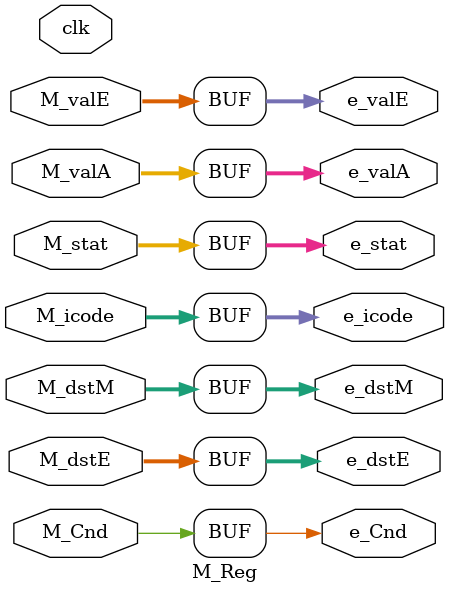
<source format=v>
module M_Reg(M_stat,M_icode,M_Cnd,M_valE,M_valA,M_dstE,M_dstM,e_stat,e_icode,e_Cnd,e_valE,e_valA,e_dstE,e_dstM,clk);
    output reg [2:0] e_stat;
    output reg [3:0] e_icode;
    output reg e_Cnd;
    output reg [63:0] e_valE;
    output reg [63:0] e_valA;
    output reg [3:0] e_dstE;
    output reg [3:0] e_dstM;
    input [2:0] M_stat;
    input [3:0] M_icode;
    input M_Cnd;
    input [63:0] M_valE;
    input [63:0] M_valA;
    input [3:0] M_dstE;
    input [3:0] M_dstM;
    input clk;
    always @(*)
    begin
        M_stat = e_stat;
        M_icode = e_icode;
        M_Cnd = e_Cnd;
        M_valE = e_valE;
        M_valA = e_valA;
        M_dstE = e_dstE;
        M_dstM = e_dstM;
    end
endmodule
</source>
